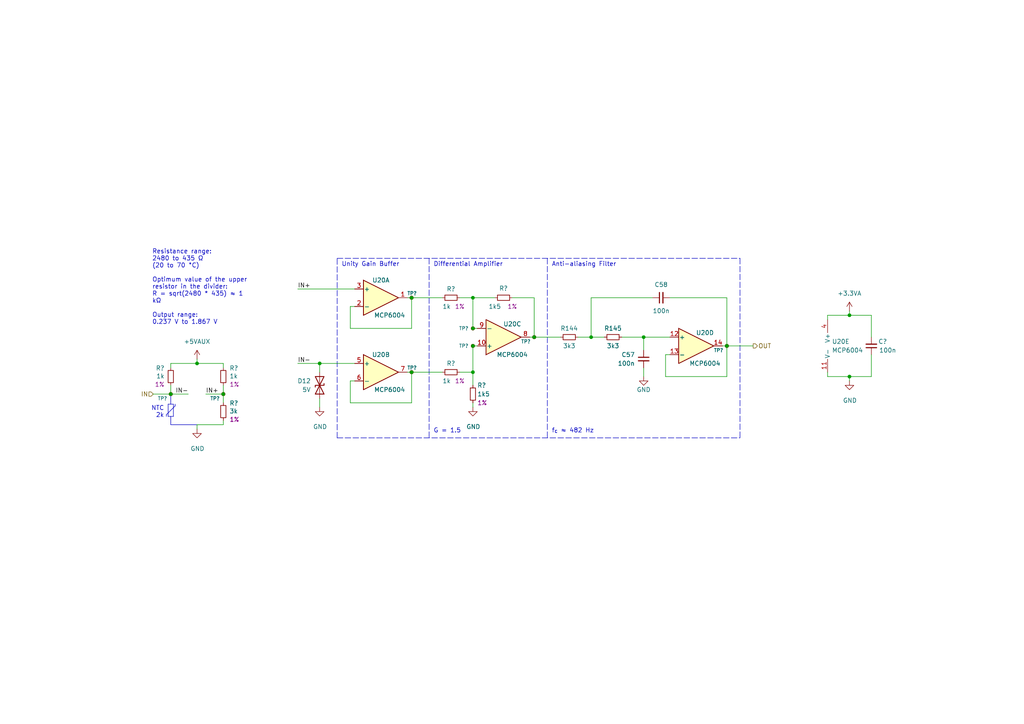
<source format=kicad_sch>
(kicad_sch (version 20230121) (generator eeschema)
  (paper "A4")
  (title_block (date "2023-09-20") (rev "${REVISION}") (company "Author: I. Kajdan") (comment 1 "Reviewer:"))
  (lib_symbols
    (symbol "Amplifier_Operational:MCP6004" (pin_names (offset 0.127))
      (property "Reference" "U" (at 0 5.08 0))
      (property "Value" "MCP6004" (at 0 -5.08 0))
      (symbol "MCP6004_1_1"
        (polyline (pts (xy -5.08 5.08) (xy 5.08 0) (xy -5.08 -5.08) (xy -5.08 5.08)) (stroke (width 0.254)) (fill (type background)))
        (pin output line (at 7.62 0 180) (length 2.54) (name "~") (number "1"))
        (pin input line (at -7.62 -2.54 0) (length 2.54) (name "-") (number "2"))
        (pin input line (at -7.62 2.54 0) (length 2.54) (name "+") (number "3"))
      )
      (symbol "MCP6004_2_1"
        (polyline (pts (xy -5.08 5.08) (xy 5.08 0) (xy -5.08 -5.08) (xy -5.08 5.08)) (stroke (width 0.254)) (fill (type background)))
        (pin input line (at -7.62 2.54 0) (length 2.54) (name "+") (number "5"))
        (pin input line (at -7.62 -2.54 0) (length 2.54) (name "-") (number "6"))
        (pin output line (at 7.62 0 180) (length 2.54) (name "~") (number "7"))
      )
      (symbol "MCP6004_3_1"
        (polyline (pts (xy -5.08 5.08) (xy 5.08 0) (xy -5.08 -5.08) (xy -5.08 5.08)) (stroke (width 0.254)) (fill (type background)))
        (pin input line (at -7.62 2.54 0) (length 2.54) (name "+") (number "10"))
        (pin output line (at 7.62 0 180) (length 2.54) (name "~") (number "8"))
        (pin input line (at -7.62 -2.54 0) (length 2.54) (name "-") (number "9"))
      )
      (symbol "MCP6004_4_1"
        (polyline (pts (xy -5.08 5.08) (xy 5.08 0) (xy -5.08 -5.08) (xy -5.08 5.08)) (stroke (width 0.254)) (fill (type background)))
        (pin input line (at -7.62 2.54 0) (length 2.54) (name "+") (number "12"))
        (pin input line (at -7.62 -2.54 0) (length 2.54) (name "-") (number "13"))
        (pin output line (at 7.62 0 180) (length 2.54) (name "~") (number "14"))
      )
      (symbol "MCP6004_5_1"
        (pin power_in line (at -2.54 -7.62 90) (length 3.81) (name "V-") (number "11"))
        (pin power_in line (at -2.54 7.62 270) (length 3.81) (name "V+") (number "4"))
      )
    )
    (symbol "Connector:TestPoint_Small" (pin_numbers hide) (pin_names (offset 0.762) hide)
      (property "Reference" "TP" (at 0 3.81 0))
      (property "Value" "TestPoint_Small" (at 0 2.032 0))
      (symbol "TestPoint_Small_0_1"
        (circle (center 0 0) (radius 0.508))
      )
      (symbol "TestPoint_Small_1_1"
        (pin passive line (at 0 0 90) (length 0) (name "1") (number "1"))
      )
    )
    (symbol "Device:C_Small" (pin_numbers hide) (pin_names (offset 0.254) hide)
      (property "Reference" "C" (at 0.254 1.778 0))
      (property "Value" "C_Small" (at 0.254 -2.032 0))
      (symbol "C_Small_0_1"
        (polyline (pts (xy -1.524 -0.508) (xy 1.524 -0.508)) (stroke (width 0.3302)))
        (polyline (pts (xy -1.524 0.508) (xy 1.524 0.508)) (stroke (width 0.3048)))
      )
      (symbol "C_Small_1_1"
        (pin passive line (at 0 2.54 270) (length 2.032) (name "~") (number "1"))
        (pin passive line (at 0 -2.54 90) (length 2.032) (name "~") (number "2"))
      )
    )
    (symbol "Device:D_TVS" (pin_numbers hide) (pin_names (offset 1.016) hide)
      (property "Reference" "D" (at 0 2.54 0))
      (property "Value" "D_TVS" (at 0 -2.54 0))
      (symbol "D_TVS_0_1"
        (polyline (pts (xy 1.27 0) (xy -1.27 0)))
        (polyline (pts (xy 0.508 1.27) (xy 0 1.27) (xy 0 -1.27) (xy -0.508 -1.27)) (stroke (width 0.254)))
        (polyline (pts (xy -2.54 1.27) (xy -2.54 -1.27) (xy 2.54 1.27) (xy 2.54 -1.27) (xy -2.54 1.27)) (stroke (width 0.254)))
      )
      (symbol "D_TVS_1_1"
        (pin passive line (at -3.81 0 0) (length 2.54) (name "A1") (number "1"))
        (pin passive line (at 3.81 0 180) (length 2.54) (name "A2") (number "2"))
      )
    )
    (symbol "Device:R_Small" (pin_numbers hide) (pin_names (offset 0.254) hide)
      (property "Reference" "R" (at 0.762 0.508 0))
      (property "Value" "R_Small" (at 0.762 -1.016 0))
      (symbol "R_Small_0_1"
        (rectangle (start -0.762 1.778) (end 0.762 -1.778) (stroke (width 0.2032)))
      )
      (symbol "R_Small_1_1"
        (pin passive line (at 0 2.54 270) (length 0.762) (name "~") (number "1"))
        (pin passive line (at 0 -2.54 90) (length 0.762) (name "~") (number "2"))
      )
    )
    (symbol "Power_Ports:+5VAUX" (power) (pin_names (offset 0))
      (property "Value" "+5VAUX" (at 0 3.81 0))
      (symbol "+5VAUX_0_1"
        (polyline (pts (xy -0.762 1.27) (xy 0 2.54)))
        (polyline (pts (xy 0 0) (xy 0 2.54)))
        (polyline (pts (xy 0 2.54) (xy 0.762 1.27)))
      )
      (symbol "+5VAUX_1_1"
        (pin power_in line (at 0 0 90) (length 0) hide (name "+5VAUX") (number "1"))
      )
    )
    (symbol "power:+3.3VA" (power) (pin_names (offset 0))
      (property "Value" "+3.3VA" (at 0 3.556 0))
      (symbol "+3.3VA_0_1"
        (polyline (pts (xy -0.762 1.27) (xy 0 2.54)))
        (polyline (pts (xy 0 0) (xy 0 2.54)))
        (polyline (pts (xy 0 2.54) (xy 0.762 1.27)))
      )
      (symbol "+3.3VA_1_1"
        (pin power_in line (at 0 0 90) (length 0) hide (name "+3.3VA") (number "1"))
      )
    )
    (symbol "power:GND" (power) (pin_names (offset 0))
      (property "Value" "GND" (at 0 -3.81 0))
      (symbol "GND_0_1"
        (polyline (pts (xy 0 0) (xy 0 -1.27) (xy 1.27 -1.27) (xy 0 -2.54) (xy -1.27 -1.27) (xy 0 -1.27)))
      )
      (symbol "GND_1_1"
        (pin power_in line (at 0 0 270) (length 0) hide (name "GND") (number "1"))
      )
    )
  )
  (junction (at 186.69 97.79))
  (junction (at 137.16 100.33))
  (junction (at 57.15 105.41))
  (junction (at 210.82 100.33))
  (junction (at 154.94 97.79))
  (junction (at 246.38 91.44))
  (junction (at 137.16 95.25))
  (junction (at 137.16 107.95))
  (junction (at 49.53 114.3))
  (junction (at 119.38 107.95))
  (junction (at 119.38 86.36))
  (junction (at 92.71 105.41))
  (junction (at 171.45 97.79))
  (junction (at 64.77 114.3))
  (junction (at 137.16 86.36))
  (junction (at 246.38 109.22))
  (polyline (pts (xy 48.768 117.221) (xy 48.768 120.777)))
  (wire (pts (xy 153.67 97.79) (xy 154.94 97.79)))
  (wire (pts (xy 180.34 97.79) (xy 186.69 97.79)))
  (wire (pts (xy 246.38 109.22) (xy 252.73 109.22)))
  (wire (pts (xy 246.38 91.44) (xy 252.73 91.44)))
  (polyline (pts (xy 48.26 120.269) (xy 48.26 120.777)))
  (wire (pts (xy 64.77 111.76) (xy 64.77 114.3)))
  (wire (pts (xy 137.16 107.95) (xy 137.16 111.76)))
  (wire (pts (xy 64.77 121.92) (xy 64.77 123.19)))
  (wire (pts (xy 64.77 114.3) (xy 64.77 116.84)))
  (wire (pts (xy 57.15 123.19) (xy 57.15 124.46)))
  (polyline (pts (xy 48.768 117.221) (xy 50.292 117.221)))
  (wire (pts (xy 186.69 97.79) (xy 186.69 101.6)))
  (wire (pts (xy 194.31 86.36) (xy 210.82 86.36)))
  (wire (pts (xy 246.38 110.49) (xy 246.38 109.22)))
  (wire (pts (xy 101.6 110.49) (xy 101.6 116.84)))
  (wire (pts (xy 138.43 95.25) (xy 137.16 95.25)))
  (wire (pts (xy 119.38 107.95) (xy 128.27 107.95)))
  (polyline (pts (xy 124.46 74.93) (xy 124.46 127)) (stroke (width 0) (type dash)))
  (wire (pts (xy 137.16 116.84) (xy 137.16 118.11)))
  (wire (pts (xy 210.82 100.33) (xy 209.55 100.33)))
  (wire (pts (xy 137.16 86.36) (xy 133.35 86.36)))
  (polyline (pts (xy 50.8 117.729) (xy 48.26 120.269)))
  (wire (pts (xy 240.03 107.95) (xy 240.03 109.22)))
  (wire (pts (xy 148.59 86.36) (xy 154.94 86.36)))
  (wire (pts (xy 64.77 105.41) (xy 64.77 106.68)))
  (wire (pts (xy 57.15 123.19) (xy 64.77 123.19)))
  (wire (pts (xy 137.16 86.36) (xy 143.51 86.36)))
  (wire (pts (xy 137.16 100.33) (xy 137.16 107.95)))
  (wire (pts (xy 64.77 114.3) (xy 59.69 114.3)))
  (polyline (pts (xy 49.53 114.3) (xy 49.53 117.221)))
  (wire (pts (xy 252.73 91.44) (xy 252.73 97.79)))
  (polyline (pts (xy 57.15 123.19) (xy 49.53 123.19)))
  (wire (pts (xy 252.73 102.87) (xy 252.73 109.22)))
  (wire (pts (xy 49.53 105.41) (xy 49.53 106.68)))
  (wire (pts (xy 86.36 83.82) (xy 102.87 83.82)))
  (polyline (pts (xy 158.75 74.93) (xy 158.75 127)) (stroke (width 0) (type dash)))
  (wire (pts (xy 194.31 102.87) (xy 193.04 102.87)))
  (wire (pts (xy 171.45 86.36) (xy 189.23 86.36)))
  (wire (pts (xy 137.16 95.25) (xy 137.16 86.36)))
  (wire (pts (xy 101.6 95.25) (xy 119.38 95.25)))
  (wire (pts (xy 246.38 90.17) (xy 246.38 91.44)))
  (wire (pts (xy 186.69 97.79) (xy 194.31 97.79)))
  (wire (pts (xy 101.6 88.9) (xy 101.6 95.25)))
  (wire (pts (xy 193.04 102.87) (xy 193.04 109.22)))
  (wire (pts (xy 210.82 86.36) (xy 210.82 100.33)))
  (polyline (pts (xy 97.79 127) (xy 214.63 127)) (stroke (width 0) (type dash)))
  (wire (pts (xy 119.38 86.36) (xy 118.11 86.36)))
  (wire (pts (xy 102.87 88.9) (xy 101.6 88.9)))
  (wire (pts (xy 86.36 105.41) (xy 92.71 105.41)))
  (wire (pts (xy 240.03 91.44) (xy 246.38 91.44)))
  (polyline (pts (xy 214.63 74.93) (xy 214.63 127)) (stroke (width 0) (type dash)))
  (wire (pts (xy 92.71 105.41) (xy 92.71 107.95)))
  (wire (pts (xy 171.45 97.79) (xy 175.26 97.79)))
  (wire (pts (xy 210.82 100.33) (xy 218.44 100.33)))
  (wire (pts (xy 210.82 109.22) (xy 210.82 100.33)))
  (polyline (pts (xy 50.292 117.221) (xy 50.292 120.777)))
  (wire (pts (xy 101.6 116.84) (xy 119.38 116.84)))
  (wire (pts (xy 119.38 116.84) (xy 119.38 107.95)))
  (wire (pts (xy 44.45 114.3) (xy 49.53 114.3)))
  (wire (pts (xy 92.71 105.41) (xy 102.87 105.41)))
  (wire (pts (xy 101.6 110.49) (xy 102.87 110.49)))
  (wire (pts (xy 240.03 92.71) (xy 240.03 91.44)))
  (wire (pts (xy 49.53 114.3) (xy 54.61 114.3)))
  (wire (pts (xy 186.69 106.68) (xy 186.69 109.22)))
  (wire (pts (xy 171.45 86.36) (xy 171.45 97.79)))
  (wire (pts (xy 154.94 86.36) (xy 154.94 97.79)))
  (wire (pts (xy 119.38 107.95) (xy 118.11 107.95)))
  (wire (pts (xy 193.04 109.22) (xy 210.82 109.22)))
  (wire (pts (xy 49.53 111.76) (xy 49.53 114.3)))
  (wire (pts (xy 154.94 97.79) (xy 162.56 97.79)))
  (polyline (pts (xy 97.79 127) (xy 97.79 74.93)) (stroke (width 0) (type dash)))
  (wire (pts (xy 119.38 95.25) (xy 119.38 86.36)))
  (wire (pts (xy 167.64 97.79) (xy 171.45 97.79)))
  (polyline (pts (xy 50.8 117.221) (xy 50.8 117.729)))
  (wire (pts (xy 128.27 86.36) (xy 119.38 86.36)))
  (polyline (pts (xy 50.292 120.777) (xy 48.768 120.777)))
  (wire (pts (xy 57.15 105.41) (xy 64.77 105.41)))
  (wire (pts (xy 240.03 109.22) (xy 246.38 109.22)))
  (polyline (pts (xy 97.79 74.93) (xy 214.63 74.93)) (stroke (width 0) (type dash)))
  (wire (pts (xy 49.53 105.41) (xy 57.15 105.41)))
  (wire (pts (xy 133.35 107.95) (xy 137.16 107.95)))
  (wire (pts (xy 138.43 100.33) (xy 137.16 100.33)))
  (wire (pts (xy 57.15 104.14) (xy 57.15 105.41)))
  (wire (pts (xy 92.71 118.11) (xy 92.71 115.57)))
  (polyline (pts (xy 49.53 120.777) (xy 49.53 123.19)))
  (text_box "Resistance range:\n2480 to 435 Ω\n(20 to 70 °C)\n\nOptimum value of the upper resistor in the divider:\nR = sqrt(2480 * 435) ≈ 1 kΩ\n\nOutput range:\n0.237 V to 1.867 V" (at 43.18 71.12 0) (size 31.75 22.86) (stroke (width -0.0001)) (effects (font (size 1.27 1.27)) (justify left top)))
  (text "G = 1.5" (at 125.73 125.73 0) (effects (font (size 1.27 1.27)) (justify left bottom)))
  (text "NTC\n2k" (at 47.625 121.285 0) (effects (font (size 1.27 1.27)) (justify right bottom)))
  (text "Differential Amplifier" (at 125.73 77.47 0) (effects (font (size 1.27 1.27)) (justify left bottom)))
  (text "Anti-aliasing Filter" (at 160.02 77.47 0) (effects (font (size 1.27 1.27)) (justify left bottom)))
  (text "Unity Gain Buffer" (at 99.06 77.47 0) (effects (font (size 1.27 1.27)) (justify left bottom)))
  (text "f_{c} ≈ 482 Hz" (at 160.02 125.73 0) (effects (font (size 1.27 1.27)) (justify left bottom)))
  (label "IN+" (at 86.36 83.82 0))
  (label "IN+" (at 59.69 114.3 0))
  (label "IN-" (at 54.61 114.3 180))
  (label "IN-" (at 86.36 105.41 0))
  (hierarchical_label "IN" (shape input) (at 44.45 114.3 180))
  (hierarchical_label "OUT" (shape output) (at 218.44 100.33 0))
  (symbol (lib_id "Device:R_Small") (at 137.16 114.3 0) (unit 1)
    (property "Reference" "R?" (at 138.43 111.76 0) (effects (justify left)))
    (property "Value" "1k5" (at 138.43 114.3 0) (effects (justify left)))
    (property "Footprint" "Resistor_SMD:R_0603_1608Metric" (effects hide))
    (property "Tolerance" "1%" (at 138.43 116.84 0) (effects (justify left)))
    (instances (project "Traction_Control_System" (path "" (reference "R?") (unit 1)) (path "" (reference "R?") (unit 1)) (path "" (reference "R?") (unit 1)) (path "" (reference "R?") (unit 1)) (path "" (reference "R?") (unit 1)) (path "" (reference "R?") (unit 1))) (project "rearbox" (path "" (reference "R?") (unit 1)) (path "" (reference "R115") (unit 1)) (path "" (reference "R122") (unit 1)) (path "" (reference "R144") (unit 1)) (path "" (reference "R126") (unit 1)) (path "" (reference "R135") (unit 1))))
  )
  (symbol (lib_id "Device:R_Small") (at 64.77 119.38 0) (unit 1)
    (property "Reference" "R?" (at 66.548 116.9416 0) (effects (justify left)))
    (property "Value" "3k" (at 66.548 119.253 0) (effects (justify left)))
    (property "Footprint" "Resistor_SMD:R_0603_1608Metric" (effects hide))
    (property "Tolerance" "1%" (at 66.548 121.666 0) (effects (justify left)))
    (instances (project "Traction_Control_System" (path "" (reference "R?") (unit 1)) (path "" (reference "R?") (unit 1)) (path "" (reference "R?") (unit 1)) (path "" (reference "R?") (unit 1)) (path "" (reference "R?") (unit 1)) (path "" (reference "R?") (unit 1))) (project "rearbox" (path "" (reference "R?") (unit 1)) (path "" (reference "R111") (unit 1)) (path "" (reference "R118") (unit 1)) (path "" (reference "R141") (unit 1)) (path "" (reference "R123") (unit 1)) (path "" (reference "R132") (unit 1))))
  )
  (symbol (lib_id "Connector:TestPoint_Small") (at 137.16 100.33 90) (unit 1)
    (property "Reference" "TP?" (at 135.89 100.33 90) (effects (font (size 1 1)) (justify left)))
    (property "Value" "TestPoint_Small" (effects hide))
    (property "Footprint" "TestPoint:TestPoint_Pad_D1.0mm" (effects hide))
    (instances (project "rearbox" (path "" (reference "TP?") (unit 1)) (path "" (reference "TP3") (unit 1)) (path "" (reference "TP1") (unit 1)) (path "" (reference "TP80") (unit 1)) (path "" (reference "TP81") (unit 1)) (path "" (reference "TP75") (unit 1)) (path "" (reference "TP59") (unit 1)) (path "" (reference "TP67") (unit 1))))
  )
  (symbol (lib_id "Device:R_Small") (at 64.77 109.22 0) (unit 1)
    (property "Reference" "R?" (at 66.548 106.7816 0) (effects (justify left)))
    (property "Value" "1k" (at 66.548 109.093 0) (effects (justify left)))
    (property "Footprint" "Resistor_SMD:R_0603_1608Metric" (effects hide))
    (property "Tolerance" "1%" (at 66.548 111.506 0) (effects (justify left)))
    (instances (project "Traction_Control_System" (path "" (reference "R?") (unit 1)) (path "" (reference "R?") (unit 1)) (path "" (reference "R?") (unit 1)) (path "" (reference "R?") (unit 1)) (path "" (reference "R?") (unit 1)) (path "" (reference "R?") (unit 1))) (project "rearbox" (path "" (reference "R?") (unit 1)) (path "" (reference "R111") (unit 1)) (path "" (reference "R118") (unit 1)) (path "" (reference "R140") (unit 1)) (path "" (reference "R122") (unit 1)) (path "" (reference "R131") (unit 1))))
  )
  (symbol (lib_id "Amplifier_Operational:MCP6004") (at 146.05 97.79 0) (mirror x) (unit 3)
    (property "Reference" "U20" (at 148.59 93.98 0))
    (property "Value" "MCP6004" (at 148.59 102.87 0))
    (property "Datasheet" "http://ww1.microchip.com/downloads/en/DeviceDoc/21733j.pdf" (effects hide))
    (instances (project "rearbox" (path "" (reference "U20") (unit 3)) (path "" (reference "U22") (unit 3)) (path "" (reference "U21") (unit 3))))
  )
  (symbol (lib_id "Connector:TestPoint_Small") (at 119.38 107.95 0) (unit 1)
    (property "Reference" "TP?" (at 118.11 106.68 0) (effects (font (size 1 1)) (justify left)))
    (property "Value" "TestPoint_Small" (effects hide))
    (property "Footprint" "TestPoint:TestPoint_Pad_D1.0mm" (effects hide))
    (instances (project "rearbox" (path "" (reference "TP?") (unit 1)) (path "" (reference "TP3") (unit 1)) (path "" (reference "TP1") (unit 1)) (path "" (reference "TP46") (unit 1)) (path "" (reference "TP50") (unit 1)) (path "" (reference "TP73") (unit 1)) (path "" (reference "TP57") (unit 1)) (path "" (reference "TP65") (unit 1))))
  )
  (symbol (lib_id "Device:R_Small") (at 130.81 107.95 270) (mirror x) (unit 1)
    (property "Reference" "R?" (at 130.81 105.41 90))
    (property "Value" "1k" (at 129.54 110.49 90))
    (property "Footprint" "Resistor_SMD:R_0603_1608Metric" (effects hide))
    (property "Tolerance" "1%" (at 133.35 110.49 90))
    (instances (project "Traction_Control_System" (path "" (reference "R?") (unit 1)) (path "" (reference "R?") (unit 1)) (path "" (reference "R?") (unit 1)) (path "" (reference "R?") (unit 1)) (path "" (reference "R?") (unit 1)) (path "" (reference "R?") (unit 1))) (project "rearbox" (path "" (reference "R?") (unit 1)) (path "" (reference "R114") (unit 1)) (path "" (reference "R121") (unit 1)) (path "" (reference "R143") (unit 1)) (path "" (reference "R125") (unit 1)) (path "" (reference "R134") (unit 1))))
  )
  (symbol (lib_id "Device:C_Small") (at 191.77 86.36 90) (unit 1)
    (property "Reference" "C58" (at 191.77 82.55 90))
    (property "Value" "100n" (at 191.77 90.17 90))
    (property "Footprint" "Capacitor_SMD:C_0603_1608Metric" (effects hide))
    (instances (project "rearbox" (path "" (reference "C58") (unit 1)) (path "" (reference "C60") (unit 1)) (path "" (reference "C58") (unit 1)) (path "" (reference "C52") (unit 1)) (path "" (reference "C55") (unit 1))) (project "apps" (path "" (reference "C19") (unit 1))))
  )
  (symbol (lib_id "Device:C_Small") (at 186.69 104.14 0) (mirror y) (unit 1)
    (property "Reference" "C57" (at 184.15 102.87 0) (effects (justify left)))
    (property "Value" "100n" (at 184.15 105.41 0) (effects (justify left)))
    (property "Footprint" "Capacitor_SMD:C_0603_1608Metric" (effects hide))
    (instances (project "rearbox" (path "" (reference "C57") (unit 1)) (path "" (reference "C59") (unit 1)) (path "" (reference "C57") (unit 1)) (path "" (reference "C51") (unit 1)) (path "" (reference "C54") (unit 1))) (project "apps" (path "" (reference "C17") (unit 1))))
  )
  (symbol (lib_id "Amplifier_Operational:MCP6004") (at 110.49 107.95 0) (unit 2)
    (property "Reference" "U20" (at 110.49 102.87 0))
    (property "Value" "MCP6004" (at 113.03 113.03 0))
    (property "Datasheet" "http://ww1.microchip.com/downloads/en/DeviceDoc/21733j.pdf" (effects hide))
    (instances (project "rearbox" (path "" (reference "U20") (unit 2)) (path "" (reference "U22") (unit 2)) (path "" (reference "U21") (unit 2))))
  )
  (symbol (lib_id "Amplifier_Operational:MCP6004") (at 110.49 86.36 0) (unit 1)
    (property "Reference" "U20" (at 110.49 81.28 0))
    (property "Value" "MCP6004" (at 113.03 91.44 0))
    (property "Datasheet" "http://ww1.microchip.com/downloads/en/DeviceDoc/21733j.pdf" (effects hide))
    (instances (project "rearbox" (path "" (reference "U20") (unit 1)) (path "" (reference "U22") (unit 1)) (path "" (reference "U21") (unit 1))))
  )
  (symbol (lib_id "power:GND") (at 246.38 110.49 0) (unit 1)
    (property "Reference" "#PWR?" (effects hide))
    (property "Value" "GND" (at 246.507 116.1542 0))
    (instances (project "Traction_Control_System" (path "" (reference "#PWR?") (unit 1)) (path "" (reference "#PWR?") (unit 1)) (path "" (reference "#PWR?") (unit 1)) (path "" (reference "#PWR?") (unit 1)) (path "" (reference "#PWR?") (unit 1)) (path "" (reference "#PWR?") (unit 1))) (project "rearbox" (path "" (reference "#PWR?") (unit 1)) (path "" (reference "#PWR0158") (unit 1)) (path "" (reference "#PWR0163") (unit 1)) (path "" (reference "#PWR0197") (unit 1)) (path "" (reference "#PWR0183") (unit 1)) (path "" (reference "#PWR0190") (unit 1))))
  )
  (symbol (lib_id "Device:R_Small") (at 49.53 109.22 0) (mirror y) (unit 1)
    (property "Reference" "R?" (at 47.752 106.7816 0) (effects (justify left)))
    (property "Value" "1k" (at 47.752 109.093 0) (effects (justify left)))
    (property "Footprint" "Resistor_SMD:R_0603_1608Metric" (effects hide))
    (property "Tolerance" "1%" (at 47.752 111.506 0) (effects (justify left)))
    (instances (project "Traction_Control_System" (path "" (reference "R?") (unit 1)) (path "" (reference "R?") (unit 1)) (path "" (reference "R?") (unit 1)) (path "" (reference "R?") (unit 1)) (path "" (reference "R?") (unit 1)) (path "" (reference "R?") (unit 1))) (project "rearbox" (path "" (reference "R?") (unit 1)) (path "" (reference "R111") (unit 1)) (path "" (reference "R118") (unit 1)) (path "" (reference "R139") (unit 1)) (path "" (reference "R121") (unit 1)) (path "" (reference "R130") (unit 1))))
  )
  (symbol (lib_id "Connector:TestPoint_Small") (at 119.38 86.36 0) (unit 1)
    (property "Reference" "TP?" (at 118.11 85.09 0) (effects (font (size 1 1)) (justify left)))
    (property "Value" "TestPoint_Small" (effects hide))
    (property "Footprint" "TestPoint:TestPoint_Pad_D1.0mm" (effects hide))
    (instances (project "rearbox" (path "" (reference "TP?") (unit 1)) (path "" (reference "TP3") (unit 1)) (path "" (reference "TP1") (unit 1)) (path "" (reference "TP45") (unit 1)) (path "" (reference "TP49") (unit 1)) (path "" (reference "TP72") (unit 1)) (path "" (reference "TP56") (unit 1)) (path "" (reference "TP64") (unit 1))))
  )
  (symbol (lib_id "Connector:TestPoint_Small") (at 154.94 97.79 0) (mirror x) (unit 1)
    (property "Reference" "TP?" (at 151.13 99.06 0) (effects (font (size 1 1)) (justify left)))
    (property "Value" "TestPoint_Small" (effects hide))
    (property "Footprint" "TestPoint:TestPoint_Pad_D1.0mm" (effects hide))
    (instances (project "rearbox" (path "" (reference "TP?") (unit 1)) (path "" (reference "TP3") (unit 1)) (path "" (reference "TP1") (unit 1)) (path "" (reference "TP47") (unit 1)) (path "" (reference "TP51") (unit 1)) (path "" (reference "TP76") (unit 1)) (path "" (reference "TP60") (unit 1)) (path "" (reference "TP68") (unit 1))))
  )
  (symbol (lib_id "Amplifier_Operational:MCP6004") (at 242.57 100.33 0) (unit 5)
    (property "Reference" "U20" (at 241.3 99.06 0) (effects (justify left)))
    (property "Value" "MCP6004" (at 241.3 101.6 0) (effects (justify left)))
    (property "Datasheet" "http://ww1.microchip.com/downloads/en/DeviceDoc/21733j.pdf" (effects hide))
    (instances (project "rearbox" (path "" (reference "U20") (unit 5)) (path "" (reference "U22") (unit 5)) (path "" (reference "U21") (unit 5))))
  )
  (symbol (lib_id "Device:C_Small") (at 252.73 100.33 180) (unit 1)
    (property "Reference" "C?" (at 254.7366 99.06 0) (effects (justify right)))
    (property "Value" "100n" (at 254.9652 101.6 0) (effects (justify right)))
    (property "Footprint" "Capacitor_SMD:C_0603_1608Metric" (effects hide))
    (instances (project "Traction_Control_System" (path "" (reference "C?") (unit 1)) (path "" (reference "C?") (unit 1))) (project "rearbox" (path "" (reference "C?") (unit 1)) (path "" (reference "C39") (unit 1)) (path "" (reference "C40") (unit 1)) (path "" (reference "C59") (unit 1)) (path "" (reference "C53") (unit 1)) (path "" (reference "C56") (unit 1))))
  )
  (symbol (lib_id "Connector:TestPoint_Small") (at 137.16 95.25 180) (unit 1)
    (property "Reference" "TP?" (at 135.89 95.25 0) (effects (font (size 1 1)) (justify left)))
    (property "Value" "TestPoint_Small" (effects hide))
    (property "Footprint" "TestPoint:TestPoint_Pad_D1.0mm" (effects hide))
    (instances (project "rearbox" (path "" (reference "TP?") (unit 1)) (path "" (reference "TP3") (unit 1)) (path "" (reference "TP1") (unit 1)) (path "" (reference "TP78") (unit 1)) (path "" (reference "TP79") (unit 1)) (path "" (reference "TP74") (unit 1)) (path "" (reference "TP58") (unit 1)) (path "" (reference "TP66") (unit 1))))
  )
  (symbol (lib_id "power:GND") (at 57.15 124.46 0) (unit 1)
    (property "Reference" "#PWR?" (effects hide))
    (property "Value" "GND" (at 57.277 130.1242 0))
    (instances (project "Traction_Control_System" (path "" (reference "#PWR?") (unit 1)) (path "" (reference "#PWR?") (unit 1)) (path "" (reference "#PWR?") (unit 1)) (path "" (reference "#PWR?") (unit 1)) (path "" (reference "#PWR?") (unit 1)) (path "" (reference "#PWR?") (unit 1))) (project "rearbox" (path "" (reference "#PWR?") (unit 1)) (path "" (reference "#PWR0159") (unit 1)) (path "" (reference "#PWR0167") (unit 1)) (path "" (reference "#PWR0192") (unit 1)) (path "" (reference "#PWR0178") (unit 1)) (path "" (reference "#PWR0185") (unit 1))))
  )
  (symbol (lib_id "Device:R_Small") (at 146.05 86.36 270) (unit 1)
    (property "Reference" "R?" (at 146.05 83.6422 90))
    (property "Value" "1k5" (at 143.51 88.9 90))
    (property "Footprint" "Resistor_SMD:R_0603_1608Metric" (effects hide))
    (property "Tolerance" "1%" (at 148.59 88.9 90))
    (instances (project "Traction_Control_System" (path "" (reference "R?") (unit 1)) (path "" (reference "R?") (unit 1)) (path "" (reference "R?") (unit 1)) (path "" (reference "R?") (unit 1)) (path "" (reference "R?") (unit 1)) (path "" (reference "R?") (unit 1))) (project "rearbox" (path "" (reference "R?") (unit 1)) (path "" (reference "R116") (unit 1)) (path "" (reference "R123") (unit 1)) (path "" (reference "R145") (unit 1)) (path "" (reference "R127") (unit 1)) (path "" (reference "R136") (unit 1))))
  )
  (symbol (lib_id "Connector:TestPoint_Small") (at 64.77 114.3 0) (unit 1)
    (property "Reference" "TP?" (at 60.96 115.57 0) (effects (font (size 1 1)) (justify left)))
    (property "Value" "TestPoint_Small" (effects hide))
    (property "Footprint" "TestPoint:TestPoint_Pad_D1.0mm" (effects hide))
    (instances (project "rearbox" (path "" (reference "TP?") (unit 1)) (path "" (reference "TP3") (unit 1)) (path "" (reference "TP1") (unit 1)) (path "" (reference "TP44") (unit 1)) (path "" (reference "TP48") (unit 1)) (path "" (reference "TP71") (unit 1)) (path "" (reference "TP55") (unit 1)) (path "" (reference "TP63") (unit 1))))
  )
  (symbol (lib_id "power:+3.3VA") (at 246.38 90.17 0) (unit 1)
    (property "Reference" "#PWR046" (effects hide))
    (property "Value" "+3.3VA" (at 246.38 85.09 0))
    (instances (project "rearbox" (path "" (reference "#PWR046") (unit 1)) (path "" (reference "#PWR?") (unit 1)) (path "" (reference "#PWR0157") (unit 1)) (path "" (reference "#PWR0162") (unit 1)) (path "" (reference "#PWR0196") (unit 1)) (path "" (reference "#PWR0182") (unit 1)) (path "" (reference "#PWR0189") (unit 1))))
  )
  (symbol (lib_id "power:GND") (at 92.71 118.11 0) (unit 1)
    (property "Reference" "#PWR?" (effects hide))
    (property "Value" "GND" (at 92.837 123.7742 0))
    (instances (project "rearbox" (path "" (reference "#PWR?") (unit 1)) (path "" (reference "#PWR?") (unit 1)) (path "" (reference "#PWR0173") (unit 1)) (path "" (reference "#PWR0191") (unit 1)) (path "" (reference "#PWR0205") (unit 1)) (path "" (reference "#PWR0206") (unit 1)) (path "" (reference "#PWR0193") (unit 1)) (path "" (reference "#PWR0179") (unit 1)) (path "" (reference "#PWR0186") (unit 1))) (project "apps" (path "" (reference "#PWR?") (unit 1))))
  )
  (symbol (lib_id "Connector:TestPoint_Small") (at 49.53 114.3 0) (unit 1)
    (property "Reference" "TP?" (at 45.72 115.57 0) (effects (font (size 1 1)) (justify left)))
    (property "Value" "TestPoint_Small" (effects hide))
    (property "Footprint" "TestPoint:TestPoint_Pad_D1.0mm" (effects hide))
    (instances (project "rearbox" (path "" (reference "TP?") (unit 1)) (path "" (reference "TP3") (unit 1)) (path "" (reference "TP1") (unit 1)) (path "" (reference "TP45") (unit 1)) (path "" (reference "TP46") (unit 1)) (path "" (reference "TP70") (unit 1)) (path "" (reference "TP54") (unit 1)) (path "" (reference "TP62") (unit 1))))
  )
  (symbol (lib_id "Connector:TestPoint_Small") (at 210.82 100.33 0) (mirror x) (unit 1)
    (property "Reference" "TP?" (at 207.01 101.6 0) (effects (font (size 1 1)) (justify left)))
    (property "Value" "TestPoint_Small" (effects hide))
    (property "Footprint" "TestPoint:TestPoint_Pad_D1.0mm" (effects hide))
    (instances (project "rearbox" (path "" (reference "TP?") (unit 1)) (path "" (reference "TP3") (unit 1)) (path "" (reference "TP1") (unit 1)) (path "" (reference "TP64") (unit 1)) (path "" (reference "TP65") (unit 1)) (path "" (reference "TP77") (unit 1)) (path "" (reference "TP61") (unit 1)) (path "" (reference "TP69") (unit 1))))
  )
  (symbol (lib_id "Device:R_Small") (at 165.1 97.79 90) (unit 1)
    (property "Reference" "R144" (at 165.1 95.25 90))
    (property "Value" "3k3" (at 165.1 100.33 90))
    (property "Footprint" "Resistor_SMD:R_0603_1608Metric" (effects hide))
    (instances (project "rearbox" (path "" (reference "R144") (unit 1)) (path "" (reference "R146") (unit 1)) (path "" (reference "R146") (unit 1)) (path "" (reference "R128") (unit 1)) (path "" (reference "R137") (unit 1))) (project "apps" (path "" (reference "R19") (unit 1))))
  )
  (symbol (lib_id "Device:D_TVS") (at 92.71 111.76 270) (mirror x) (unit 1)
    (property "Reference" "D12" (at 90.17 110.49 90) (effects (justify right)))
    (property "Value" "5V" (at 90.17 113.03 90) (effects (justify right)))
    (instances (project "rearbox" (path "" (reference "D12") (unit 1)) (path "" (reference "D14") (unit 1)) (path "" (reference "D15") (unit 1)) (path "" (reference "D16") (unit 1)) (path "" (reference "D20") (unit 1)) (path "" (reference "D18") (unit 1)) (path "" (reference "D19") (unit 1))))
  )
  (symbol (lib_id "Power_Ports:+5VAUX") (at 57.15 104.14 0) (unit 1)
    (property "Reference" "#PWR042" (effects hide))
    (property "Value" "+5VAUX" (at 57.15 99.06 0))
    (instances (project "rearbox" (path "" (reference "#PWR042") (unit 1)) (path "" (reference "#PWR0191") (unit 1)) (path "" (reference "#PWR0177") (unit 1)) (path "" (reference "#PWR0184") (unit 1))))
  )
  (symbol (lib_id "Device:R_Small") (at 130.81 86.36 270) (unit 1)
    (property "Reference" "R?" (at 130.81 83.82 90))
    (property "Value" "1k" (at 129.54 88.9 90))
    (property "Footprint" "Resistor_SMD:R_0603_1608Metric" (effects hide))
    (property "Tolerance" "1%" (at 133.35 88.9 90))
    (instances (project "Traction_Control_System" (path "" (reference "R?") (unit 1)) (path "" (reference "R?") (unit 1)) (path "" (reference "R?") (unit 1)) (path "" (reference "R?") (unit 1)) (path "" (reference "R?") (unit 1)) (path "" (reference "R?") (unit 1))) (project "rearbox" (path "" (reference "R?") (unit 1)) (path "" (reference "R113") (unit 1)) (path "" (reference "R120") (unit 1)) (path "" (reference "R142") (unit 1)) (path "" (reference "R124") (unit 1)) (path "" (reference "R133") (unit 1))))
  )
  (symbol (lib_id "Device:R_Small") (at 177.8 97.79 90) (unit 1)
    (property "Reference" "R145" (at 177.8 95.25 90))
    (property "Value" "3k3" (at 177.8 100.33 90))
    (property "Footprint" "Resistor_SMD:R_0603_1608Metric" (effects hide))
    (instances (project "rearbox" (path "" (reference "R145") (unit 1)) (path "" (reference "R147") (unit 1)) (path "" (reference "R147") (unit 1)) (path "" (reference "R129") (unit 1)) (path "" (reference "R138") (unit 1))) (project "apps" (path "" (reference "R21") (unit 1))))
  )
  (symbol (lib_id "Amplifier_Operational:MCP6004") (at 201.93 100.33 0) (unit 4)
    (property "Reference" "U20" (at 204.47 96.52 0))
    (property "Value" "MCP6004" (at 204.47 105.41 0))
    (property "Datasheet" "http://ww1.microchip.com/downloads/en/DeviceDoc/21733j.pdf" (effects hide))
    (instances (project "rearbox" (path "" (reference "U20") (unit 4)) (path "" (reference "U22") (unit 4)) (path "" (reference "U21") (unit 4))))
  )
  (symbol (lib_id "power:GND") (at 186.69 109.22 0) (unit 1)
    (property "Reference" "#PWR0200" (effects hide))
    (property "Value" "GND" (at 186.69 113.03 0))
    (instances (project "rearbox" (path "" (reference "#PWR0200") (unit 1)) (path "" (reference "#PWR0202") (unit 1)) (path "" (reference "#PWR0195") (unit 1)) (path "" (reference "#PWR0181") (unit 1)) (path "" (reference "#PWR0188") (unit 1))) (project "apps" (path "" (reference "#PWR026") (unit 1))))
  )
  (symbol (lib_id "power:GND") (at 137.16 118.11 0) (unit 1)
    (property "Reference" "#PWR?" (effects hide))
    (property "Value" "GND" (at 137.287 123.7742 0))
    (instances (project "Traction_Control_System" (path "" (reference "#PWR?") (unit 1)) (path "" (reference "#PWR?") (unit 1)) (path "" (reference "#PWR?") (unit 1)) (path "" (reference "#PWR?") (unit 1)) (path "" (reference "#PWR?") (unit 1)) (path "" (reference "#PWR?") (unit 1))) (project "rearbox" (path "" (reference "#PWR?") (unit 1)) (path "" (reference "#PWR0156") (unit 1)) (path "" (reference "#PWR0161") (unit 1)) (path "" (reference "#PWR0194") (unit 1)) (path "" (reference "#PWR0180") (unit 1)) (path "" (reference "#PWR0187") (unit 1))))
  )
)
</source>
